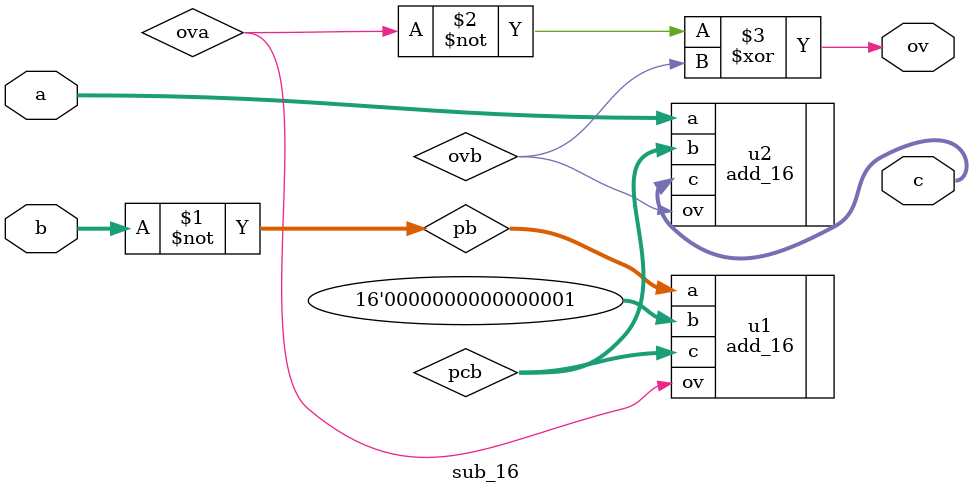
<source format=v>
`timescale 1ns / 1ps


module sub_16(
        input [15:0]a,
        input [15:0]b,
        output [15:0]c,
        output ov);

    wire [15:0] pb;
    assign pb = ~b;
    wire [15:0] pcb;

    wire ova;

    add_16 u1(
               .a (pb),
               .b (16'd1),
               .c (pcb),
               .ov (ova)
           );

    wire ovb;

    add_16 u2(
               .a (a),
               .b (pcb),
               .c (c),
               .ov (ovb)
           );

    assign ov = ~ova^ovb;

endmodule

</source>
